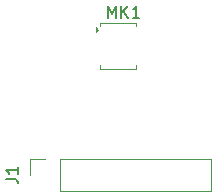
<source format=gbr>
%TF.GenerationSoftware,KiCad,Pcbnew,9.0.5*%
%TF.CreationDate,2025-10-11T00:16:22-04:00*%
%TF.ProjectId,audio-board,61756469-6f2d-4626-9f61-72642e6b6963,rev?*%
%TF.SameCoordinates,Original*%
%TF.FileFunction,Legend,Top*%
%TF.FilePolarity,Positive*%
%FSLAX46Y46*%
G04 Gerber Fmt 4.6, Leading zero omitted, Abs format (unit mm)*
G04 Created by KiCad (PCBNEW 9.0.5) date 2025-10-11 00:16:22*
%MOMM*%
%LPD*%
G01*
G04 APERTURE LIST*
%ADD10C,0.150000*%
%ADD11C,0.120000*%
%ADD12C,0.100000*%
G04 APERTURE END LIST*
D10*
X141140476Y-71684819D02*
X141140476Y-70684819D01*
X141140476Y-70684819D02*
X141473809Y-71399104D01*
X141473809Y-71399104D02*
X141807142Y-70684819D01*
X141807142Y-70684819D02*
X141807142Y-71684819D01*
X142283333Y-71684819D02*
X142283333Y-70684819D01*
X142854761Y-71684819D02*
X142426190Y-71113390D01*
X142854761Y-70684819D02*
X142283333Y-71256247D01*
X143807142Y-71684819D02*
X143235714Y-71684819D01*
X143521428Y-71684819D02*
X143521428Y-70684819D01*
X143521428Y-70684819D02*
X143426190Y-70827676D01*
X143426190Y-70827676D02*
X143330952Y-70922914D01*
X143330952Y-70922914D02*
X143235714Y-70970533D01*
X132524819Y-85333333D02*
X133239104Y-85333333D01*
X133239104Y-85333333D02*
X133381961Y-85380952D01*
X133381961Y-85380952D02*
X133477200Y-85476190D01*
X133477200Y-85476190D02*
X133524819Y-85619047D01*
X133524819Y-85619047D02*
X133524819Y-85714285D01*
X133524819Y-84333333D02*
X133524819Y-84904761D01*
X133524819Y-84619047D02*
X132524819Y-84619047D01*
X132524819Y-84619047D02*
X132667676Y-84714285D01*
X132667676Y-84714285D02*
X132762914Y-84809523D01*
X132762914Y-84809523D02*
X132810533Y-84904761D01*
D11*
%TO.C,MK1*%
X140500000Y-72100000D02*
X140500000Y-72400000D01*
X140500000Y-72100000D02*
X143500000Y-72100000D01*
X140500000Y-76000000D02*
X140500000Y-75700000D01*
X143500000Y-72100000D02*
X143500000Y-72400000D01*
X143500000Y-76000000D02*
X140500000Y-76000000D01*
X143500000Y-76000000D02*
X143500000Y-75700000D01*
D12*
X140300000Y-72700000D02*
X140100000Y-72900000D01*
X140100000Y-72500000D01*
X140300000Y-72700000D01*
G36*
X140300000Y-72700000D02*
G01*
X140100000Y-72900000D01*
X140100000Y-72500000D01*
X140300000Y-72700000D01*
G37*
D11*
%TO.C,J1*%
X137110000Y-86330000D02*
X149870000Y-86330000D01*
X137110000Y-86330000D02*
X137110000Y-83670000D01*
X149870000Y-86330000D02*
X149870000Y-83670000D01*
X134510000Y-85000000D02*
X134510000Y-83670000D01*
X134510000Y-83670000D02*
X135840000Y-83670000D01*
X137110000Y-83670000D02*
X149870000Y-83670000D01*
%TD*%
M02*

</source>
